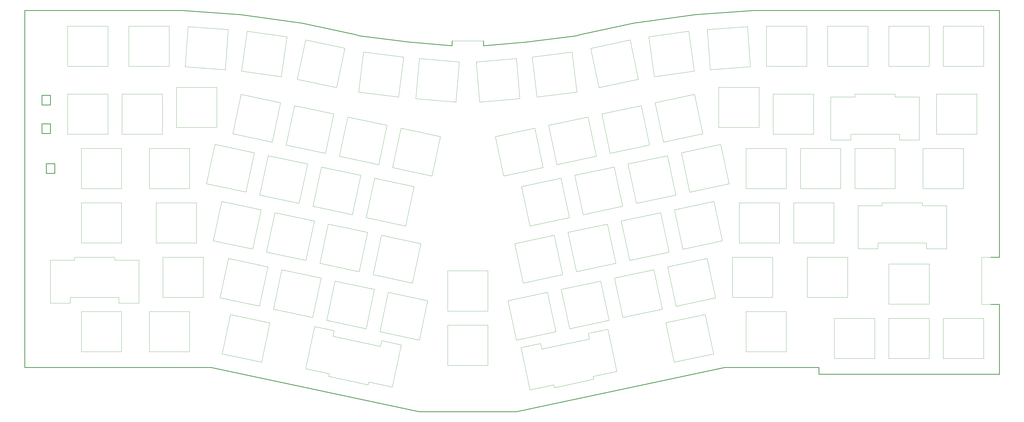
<source format=gbr>
%TF.GenerationSoftware,KiCad,Pcbnew,7.0.10*%
%TF.CreationDate,2024-01-30T23:28:45+01:00*%
%TF.ProjectId,plate,706c6174-652e-46b6-9963-61645f706362,rev?*%
%TF.SameCoordinates,Original*%
%TF.FileFunction,Profile,NP*%
%FSLAX46Y46*%
G04 Gerber Fmt 4.6, Leading zero omitted, Abs format (unit mm)*
G04 Created by KiCad (PCBNEW 7.0.10) date 2024-01-30 23:28:45*
%MOMM*%
%LPD*%
G01*
G04 APERTURE LIST*
%TA.AperFunction,Profile*%
%ADD10C,0.050000*%
%TD*%
%TA.AperFunction,Profile*%
%ADD11C,0.250000*%
%TD*%
G04 APERTURE END LIST*
D10*
X199527585Y-186227303D02*
X199527585Y-200327303D01*
D11*
X417319751Y-243907303D02*
X417319751Y-246288553D01*
D10*
X413270985Y-219387303D02*
X413270985Y-205287303D01*
X255616957Y-234736105D02*
X263931212Y-236503355D01*
X346273387Y-207452712D02*
X332481506Y-210384267D01*
D11*
X145430000Y-158545000D02*
X148430000Y-158545000D01*
D10*
X396408485Y-145746003D02*
X396408485Y-159846003D01*
X401358485Y-162227303D02*
X401358485Y-148127303D01*
X455939785Y-226708503D02*
X455939785Y-240808503D01*
X206671285Y-159846003D02*
X192571285Y-159846003D01*
X264271868Y-197619469D02*
X278063749Y-200551024D01*
D11*
X148430000Y-158545000D02*
X148430000Y-161935000D01*
D10*
X240871493Y-229557179D02*
X237732026Y-244327208D01*
X173340085Y-186237303D02*
X173340085Y-200337303D01*
X316229106Y-194363267D02*
X313297551Y-180571386D01*
X441839785Y-207658503D02*
X455939785Y-207658503D01*
X257048749Y-176608624D02*
X254117194Y-190400505D01*
X453753485Y-167187303D02*
X467853485Y-167187303D01*
D11*
X146950000Y-172545000D02*
X149950000Y-172545000D01*
D10*
X359739845Y-142075287D02*
X357777505Y-128112508D01*
X197155085Y-238437303D02*
X183055085Y-238437303D01*
X208524607Y-239146441D02*
X211456161Y-225354560D01*
X328714492Y-235726311D02*
X337028747Y-233959062D01*
X192571285Y-159846003D02*
X192571285Y-145746003D01*
D11*
X145450000Y-148570000D02*
X148450000Y-148570000D01*
D10*
X170957535Y-205282303D02*
X170957535Y-206282303D01*
X284875949Y-163047824D02*
X281944394Y-176839705D01*
X201908785Y-219377303D02*
X187808785Y-219377303D01*
X242706613Y-207450651D02*
X245638168Y-193658769D01*
X156857535Y-205282303D02*
X170957535Y-205282303D01*
X154471285Y-162227303D02*
X154471285Y-148127303D01*
X355163333Y-152196931D02*
X358094887Y-165988812D01*
X290330160Y-150974620D02*
X276283815Y-149745724D01*
X362936706Y-164959667D02*
X360005151Y-151167786D01*
X340405706Y-145896267D02*
X337474151Y-132104386D01*
X185427585Y-186227303D02*
X199527585Y-186227303D01*
X247608549Y-155126424D02*
X244676994Y-168918305D01*
X359594333Y-209681931D02*
X362525887Y-223473812D01*
X159241285Y-167187303D02*
X173341285Y-167187303D01*
X197146285Y-181277303D02*
X183046285Y-181277303D01*
X336529633Y-156157631D02*
X339461187Y-169949512D01*
X474319751Y-221772928D02*
X477469751Y-221772928D01*
X330100306Y-230366067D02*
X327168751Y-216574186D01*
D11*
X148450000Y-148570000D02*
X148450000Y-151960000D01*
X148450000Y-151960000D02*
X145450000Y-151960000D01*
D10*
X382990533Y-165757731D02*
X385922087Y-179549612D01*
X229385668Y-209679769D02*
X243177549Y-212611324D01*
X301539885Y-210039803D02*
X301539885Y-224139803D01*
X353496506Y-186441867D02*
X350564951Y-172649986D01*
X224072913Y-203489951D02*
X227004468Y-189698069D01*
X427370985Y-219387303D02*
X413270985Y-219387303D01*
X203057913Y-179547451D02*
X205989468Y-165755569D01*
X405942285Y-238437303D02*
X391842285Y-238437303D01*
X156857535Y-205282303D02*
X156857535Y-206282303D01*
D11*
X139476285Y-243907303D02*
X204613333Y-243907303D01*
D10*
X240245994Y-226403205D02*
X226454113Y-223471651D01*
D11*
X149950000Y-172545000D02*
X149950000Y-175935000D01*
D10*
X439463535Y-186232303D02*
X439463535Y-187232303D01*
X322737751Y-159089186D02*
X336529633Y-156157631D01*
X221691613Y-183508251D02*
X224623168Y-169716369D01*
D11*
X373529254Y-120374991D02*
X354589160Y-123036847D01*
D10*
X248574294Y-145894205D02*
X234782413Y-142962651D01*
X287439885Y-224139803D02*
X287439885Y-210039803D01*
X243177549Y-212611324D02*
X240245994Y-226403205D01*
X351115206Y-206423567D02*
X348183651Y-192631686D01*
X172407535Y-221382303D02*
X179407535Y-221382303D01*
X268152513Y-173908151D02*
X271084068Y-160116269D01*
D11*
X333729291Y-127308199D02*
X332439451Y-127764227D01*
X384376454Y-243907303D02*
X417319751Y-243907303D01*
D10*
X324542195Y-250005822D02*
X316276848Y-251762676D01*
X367288387Y-183510312D02*
X353496506Y-186441867D01*
X318693349Y-149168975D02*
X316974991Y-135174075D01*
X381159587Y-219513012D02*
X367367706Y-222444567D01*
X366680658Y-242076439D02*
X363749103Y-228284558D01*
X467853485Y-181287303D02*
X453753485Y-181287303D01*
X422789785Y-226708503D02*
X436889785Y-226708503D01*
D11*
X274950872Y-130023528D02*
X256550336Y-127764227D01*
X194454149Y-118893864D02*
X192520589Y-118844803D01*
D10*
X276283815Y-149745724D02*
X277512711Y-135699379D01*
X360005151Y-151167786D02*
X373797033Y-148236231D01*
X173340085Y-200337303D02*
X159240085Y-200337303D01*
X168571285Y-124314803D02*
X168571285Y-138414803D01*
X445488485Y-164232303D02*
X452488485Y-164232303D01*
X401170985Y-205277303D02*
X401170985Y-219377303D01*
X403552285Y-200327303D02*
X389452285Y-200327303D01*
X369748906Y-202462867D02*
X366817351Y-188670986D01*
D11*
X256550336Y-127764227D02*
X255260495Y-127308199D01*
D10*
X398977285Y-138414803D02*
X398977285Y-124314803D01*
X427370985Y-205287303D02*
X427370985Y-219387303D01*
X211456161Y-225354560D02*
X225248043Y-228286115D01*
X373702625Y-140112947D02*
X359739845Y-142075287D01*
X277512711Y-135699379D02*
X291559056Y-136928275D01*
X382308485Y-145746003D02*
X396408485Y-145746003D01*
X245789462Y-247062209D02*
X245997374Y-246084061D01*
X474989785Y-124314803D02*
X474989785Y-138414803D01*
X467853485Y-167187303D02*
X467853485Y-181287303D01*
X310916251Y-200553186D02*
X324708133Y-197621631D01*
X278063749Y-200551024D02*
X275132194Y-214342905D01*
X420408485Y-138414803D02*
X420408485Y-124314803D01*
X362525887Y-223473812D02*
X348734006Y-226405367D01*
X187808785Y-219377303D02*
X187808785Y-205277303D01*
X173342585Y-224337303D02*
X173342585Y-238437303D01*
X261811249Y-216572124D02*
X258879694Y-230364005D01*
D11*
X352675743Y-123281006D02*
X333729291Y-127308199D01*
D10*
X208370768Y-185737369D02*
X222162649Y-188668924D01*
X225248043Y-228286115D02*
X222316488Y-242077996D01*
X264347035Y-234547059D02*
X271194068Y-236002441D01*
X206671285Y-145746003D02*
X206671285Y-159846003D01*
X401358485Y-148127303D02*
X415458485Y-148127303D01*
X183046285Y-167177303D02*
X197146285Y-167177303D01*
X474319751Y-221772928D02*
X474319751Y-205272928D01*
D11*
X139476285Y-118844803D02*
X139476285Y-243907303D01*
D10*
X271084068Y-160116269D02*
X284875949Y-163047824D01*
X415458485Y-162227303D02*
X401358485Y-162227303D01*
X266653168Y-217601269D02*
X280445049Y-220532824D01*
X387070985Y-205277303D02*
X401170985Y-205277303D01*
X325258487Y-231395212D02*
X311466606Y-234326767D01*
X237864794Y-206421505D02*
X224072913Y-203489951D01*
X371740284Y-126150167D02*
X373702625Y-140112947D01*
X237713968Y-129170769D02*
X251505849Y-132102324D01*
X311467106Y-135700233D02*
X312696002Y-149746578D01*
X245638168Y-193658769D02*
X259430049Y-196590324D01*
X271194068Y-236002441D02*
X268054602Y-250772470D01*
X312696002Y-149746578D02*
X298649657Y-150975474D01*
X209685157Y-139576704D02*
X195619503Y-138593138D01*
X159240085Y-186237303D02*
X173340085Y-186237303D01*
X291559056Y-136928275D02*
X290330160Y-150974620D01*
D11*
X213533697Y-120228036D02*
X194454149Y-118893864D01*
D10*
X392376720Y-124528221D02*
X393360286Y-138593875D01*
X212251413Y-162026051D02*
X215182968Y-148234169D01*
X410883485Y-167177303D02*
X424983485Y-167177303D01*
X183046285Y-181277303D02*
X183046285Y-167177303D01*
X380609233Y-185739431D02*
X383540787Y-199531312D01*
X227004468Y-189698069D02*
X240796349Y-192629624D01*
X233816668Y-152194869D02*
X247608549Y-155126424D01*
X408502285Y-200327303D02*
X408502285Y-186227303D01*
X331931251Y-176610686D02*
X345723133Y-173679131D01*
X234782413Y-142962651D02*
X237713968Y-129170769D01*
X396408485Y-159846003D02*
X382308485Y-159846003D01*
X387070985Y-219377303D02*
X387070985Y-205277303D01*
X313847806Y-214345067D02*
X310916251Y-200553186D01*
X429933485Y-181277303D02*
X429933485Y-167177303D01*
X474989785Y-138414803D02*
X460889785Y-138414803D01*
X441839785Y-226708503D02*
X455939785Y-226708503D01*
D11*
X375456089Y-120228036D02*
X373529254Y-120374991D01*
D10*
X304104051Y-163049986D02*
X317895933Y-160118431D01*
X345723133Y-173679131D02*
X348654687Y-187471012D01*
X173341285Y-181287303D02*
X159241285Y-181287303D01*
X383540787Y-199531312D02*
X369748906Y-202462867D01*
X452488485Y-164232303D02*
X452488485Y-149132303D01*
X413077285Y-124314803D02*
X413077285Y-138414803D01*
X317895933Y-160118431D02*
X320827487Y-173910312D01*
X455939785Y-124314803D02*
X455939785Y-138414803D01*
X343341833Y-193660831D02*
X346273387Y-207452712D01*
X453563535Y-186232303D02*
X453563535Y-187232303D01*
X444038485Y-148132303D02*
X444038485Y-149132303D01*
X405933485Y-167177303D02*
X405933485Y-181277303D01*
X258959113Y-191429651D02*
X261890668Y-177637769D01*
X183055085Y-224337303D02*
X197155085Y-224337303D01*
X378228033Y-205721131D02*
X381159587Y-219513012D01*
X249518813Y-169947451D02*
X252450368Y-156155569D01*
X322326933Y-217603331D02*
X325258487Y-231395212D01*
X255616957Y-234736105D02*
X247302703Y-232968856D01*
X472608485Y-162227303D02*
X458508485Y-162227303D01*
X377540985Y-225353003D02*
X380472539Y-239144885D01*
X372130206Y-182481167D02*
X369198651Y-168689286D01*
X172407535Y-221382303D02*
X172407535Y-219382303D01*
X415458485Y-148127303D02*
X415458485Y-162227303D01*
X173342585Y-238437303D02*
X159242585Y-238437303D01*
X439463535Y-186232303D02*
X453563535Y-186232303D01*
D11*
X275398367Y-130023528D02*
X274950872Y-130023528D01*
D10*
X391833485Y-167177303D02*
X405933485Y-167177303D01*
X187621285Y-148127303D02*
X187621285Y-162227303D01*
X373797033Y-148236231D02*
X376728587Y-162028112D01*
X277513494Y-234324705D02*
X263721613Y-231393151D01*
X378311067Y-125511788D02*
X392376720Y-124528221D01*
X154471285Y-148127303D02*
X168571285Y-148127303D01*
X401170985Y-219377303D02*
X387070985Y-219377303D01*
X287439885Y-229089803D02*
X301539885Y-229089803D01*
X421488485Y-149132303D02*
X429938485Y-149132303D01*
X422789785Y-240808503D02*
X422789785Y-226708503D01*
X438013535Y-200332303D02*
X438013535Y-202332303D01*
X263931212Y-236503355D02*
X264347035Y-234547059D01*
X173521285Y-162227303D02*
X173521285Y-148127303D01*
X332481506Y-210384267D02*
X329549951Y-196592386D01*
D11*
X288994893Y-131214803D02*
X275398367Y-130023528D01*
D10*
X287439885Y-210039803D02*
X301539885Y-210039803D01*
X420408485Y-124314803D02*
X434508485Y-124314803D01*
X364356833Y-169718431D02*
X367288387Y-183510312D01*
X281944394Y-176839705D02*
X268152513Y-173908151D01*
X446513535Y-200332303D02*
X455013535Y-200332303D01*
X405942285Y-224337303D02*
X405942285Y-238437303D01*
D11*
X277476816Y-259394914D02*
X311512971Y-259394914D01*
D10*
X393360286Y-138593875D02*
X379294633Y-139577441D01*
X313297551Y-180571386D02*
X327089433Y-177639831D01*
X472608485Y-148127303D02*
X472608485Y-162227303D01*
X405933485Y-181277303D02*
X391833485Y-181277303D01*
X272750994Y-194361205D02*
X258959113Y-191429651D01*
X431013535Y-202332303D02*
X431013535Y-187232303D01*
X339461187Y-169949512D02*
X325669306Y-172881067D01*
X308535051Y-220534886D02*
X322326933Y-217603331D01*
X441839785Y-221758503D02*
X441839785Y-207658503D01*
X455939785Y-221758503D02*
X441839785Y-221758503D01*
X159242585Y-224337303D02*
X173342585Y-224337303D01*
X168571285Y-138414803D02*
X154471285Y-138414803D01*
X348654687Y-187471012D02*
X334862806Y-190402567D01*
X254117194Y-190400505D02*
X240325313Y-187468951D01*
X173521285Y-148127303D02*
X187621285Y-148127303D01*
X316974991Y-135174075D02*
X330969892Y-133455717D01*
X455013535Y-202332303D02*
X455013535Y-200332303D01*
D11*
X234400626Y-123036847D02*
X215460533Y-120374991D01*
D10*
X240325313Y-187468951D02*
X243256868Y-173677069D01*
X219231094Y-202460805D02*
X205439213Y-199529251D01*
X367367706Y-222444567D02*
X364436151Y-208652686D01*
X256291599Y-147449410D02*
X258009957Y-133454509D01*
X460889785Y-138414803D02*
X460889785Y-124314803D01*
X301539885Y-224139803D02*
X287439885Y-224139803D01*
X251505849Y-132102324D02*
X248574294Y-145894205D01*
X207820413Y-219510951D02*
X210751968Y-205719069D01*
D11*
X480469751Y-118844803D02*
X396469197Y-118844803D01*
D10*
X351266033Y-129172831D02*
X354197587Y-142964712D01*
X330969892Y-133455717D02*
X332688250Y-147450618D01*
D11*
X314038914Y-130023528D02*
X313591419Y-130023528D01*
X480469751Y-246288553D02*
X480469751Y-221772928D01*
D10*
X320827487Y-173910312D02*
X307035606Y-176841867D01*
X446513535Y-200332303D02*
X438013535Y-200332303D01*
X201908785Y-205277303D02*
X201908785Y-219377303D01*
D11*
X215460533Y-120374991D02*
X213533697Y-120228036D01*
D10*
X243256868Y-173677069D02*
X257048749Y-176608624D01*
X199527585Y-200327303D02*
X185427585Y-200327303D01*
X197146285Y-167177303D02*
X197146285Y-181277303D01*
X391842285Y-224337303D02*
X405942285Y-224337303D01*
X336612923Y-232002766D02*
X343459957Y-230547384D01*
X391833485Y-181277303D02*
X391833485Y-167177303D01*
X215182968Y-148234169D02*
X228974849Y-151165724D01*
D11*
X204613333Y-243907303D02*
X277476816Y-259394914D01*
D10*
X313137381Y-236992647D02*
X316276848Y-251762676D01*
X148407535Y-206282303D02*
X156857535Y-206282303D01*
D11*
X299994893Y-129479169D02*
X299994893Y-131214803D01*
D10*
X229240029Y-142073943D02*
X215277249Y-140111602D01*
X205989468Y-165755569D02*
X219781349Y-168687124D01*
X301539885Y-229089803D02*
X301539885Y-243189803D01*
X224543849Y-208650624D02*
X221612294Y-222442505D01*
X297420761Y-136929129D02*
X311467106Y-135700233D01*
X474989785Y-226708503D02*
X474989785Y-240808503D01*
X354197587Y-142964712D02*
X340405706Y-145896267D01*
X398977285Y-124314803D02*
X413077285Y-124314803D01*
X348734006Y-226405367D02*
X345802451Y-212613486D01*
X424983485Y-181277303D02*
X410883485Y-181277303D01*
X444038485Y-149132303D02*
X452488485Y-149132303D01*
X330020987Y-191431712D02*
X316229106Y-194363267D01*
X288994893Y-129479169D02*
X299994893Y-129479169D01*
X385922087Y-179549612D02*
X372130206Y-182481167D01*
X369198651Y-168689286D02*
X382990533Y-165757731D01*
D11*
X145450000Y-151960000D02*
X145450000Y-148569999D01*
D10*
X453563535Y-187232303D02*
X462013535Y-187232303D01*
D11*
X480463217Y-205272928D02*
X480469751Y-118844803D01*
X148430000Y-161935000D02*
X145430000Y-161935000D01*
D10*
X474319751Y-205272928D02*
X477469751Y-205272928D01*
X324750106Y-250983969D02*
X324542195Y-250005822D01*
X148407535Y-221382303D02*
X148407535Y-206282303D01*
X226043294Y-164957605D02*
X212251413Y-162026051D01*
X222162649Y-188668924D02*
X219231094Y-202460805D01*
X413077285Y-138414803D02*
X398977285Y-138414803D01*
D11*
X149950000Y-175935000D02*
X146950000Y-175935000D01*
D10*
X235483494Y-186439805D02*
X221691613Y-183508251D01*
D11*
X311512971Y-259394914D02*
X384376454Y-243907303D01*
D10*
X230885113Y-165986751D02*
X233816668Y-152194869D01*
X270286500Y-149167768D02*
X256291599Y-147449410D01*
X408502285Y-186227303D02*
X422602285Y-186227303D01*
X263721613Y-231393151D02*
X266653168Y-217601269D01*
X436889785Y-240808503D02*
X422789785Y-240808503D01*
X168571285Y-162227303D02*
X154471285Y-162227303D01*
X266242249Y-159087124D02*
X263310694Y-172879005D01*
X413270985Y-205287303D02*
X427370985Y-205287303D01*
X190002585Y-138414803D02*
X175902585Y-138414803D01*
X195619503Y-138593138D02*
X196603070Y-124527485D01*
X259581343Y-249993764D02*
X259789255Y-249015616D01*
X441839785Y-138414803D02*
X441839785Y-124314803D01*
X431013535Y-187232303D02*
X439463535Y-187232303D01*
X159241285Y-181287303D02*
X159241285Y-167187303D01*
X444033485Y-181277303D02*
X429933485Y-181277303D01*
X210668723Y-125511051D02*
X209685157Y-139576704D01*
X436988485Y-162232303D02*
X445488485Y-162232303D01*
X434508485Y-138414803D02*
X420408485Y-138414803D01*
X311466606Y-234326767D02*
X308535051Y-220534886D01*
X436889785Y-226708503D02*
X436889785Y-240808503D01*
X340960633Y-213642631D02*
X343892187Y-227434512D01*
X327639687Y-211413512D02*
X313847806Y-214345067D01*
X458508485Y-148127303D02*
X472608485Y-148127303D01*
X155407535Y-221382303D02*
X148407535Y-221382303D01*
X261890668Y-177637769D02*
X275682549Y-180569324D01*
X183055085Y-238437303D02*
X183055085Y-224337303D01*
D11*
X332439451Y-127764227D02*
X314038914Y-130023528D01*
D10*
X248019368Y-213640569D02*
X261811249Y-216572124D01*
X159242585Y-238437303D02*
X159242585Y-224337303D01*
X434508485Y-124314803D02*
X434508485Y-138414803D01*
X455939785Y-207658503D02*
X455939785Y-221758503D01*
X380472539Y-239144885D02*
X366680658Y-242076439D01*
X358094887Y-165988812D02*
X344303006Y-168920367D01*
X438013535Y-202332303D02*
X431013535Y-202332303D01*
X224623168Y-169716369D02*
X238415049Y-172647924D01*
X168571285Y-148127303D02*
X168571285Y-162227303D01*
D11*
X477469751Y-205272928D02*
X480469751Y-205272928D01*
D10*
X231202369Y-128111163D02*
X229240029Y-142073943D01*
X187621285Y-162227303D02*
X173521285Y-162227303D01*
X154471285Y-138414803D02*
X154471285Y-124314803D01*
X332688250Y-147450618D02*
X318693349Y-149168975D01*
X175902585Y-124314803D02*
X190002585Y-124314803D01*
X261340313Y-211411351D02*
X264271868Y-197619469D01*
X170957535Y-206282303D02*
X179407535Y-206282303D01*
X338541988Y-248052415D02*
X338334076Y-247074267D01*
X258879694Y-230364005D02*
X245087813Y-227432451D01*
X319984414Y-235537265D02*
X313137381Y-236992647D01*
X256498494Y-210382205D02*
X242706613Y-207450651D01*
X458508485Y-162227303D02*
X458508485Y-148127303D01*
X343459957Y-230547384D02*
X346599423Y-245317413D01*
X159240085Y-200337303D02*
X159240085Y-186237303D01*
X187808785Y-205277303D02*
X201908785Y-205277303D01*
X287439885Y-243189803D02*
X287439885Y-229089803D01*
X441839785Y-124314803D02*
X455939785Y-124314803D01*
X337474151Y-132104386D02*
X351266033Y-129172831D01*
X343892187Y-227434512D02*
X330100306Y-230366067D01*
X263310694Y-172879005D02*
X249518813Y-169947451D01*
X346599423Y-245317413D02*
X338334076Y-247074267D01*
X460889785Y-226708503D02*
X474989785Y-226708503D01*
D11*
X288994893Y-129479169D02*
X288994893Y-131214803D01*
D10*
X190002585Y-124314803D02*
X190002585Y-138414803D01*
X338541988Y-248052415D02*
X324750106Y-250983969D01*
X244676994Y-168918305D02*
X230885113Y-165986751D01*
X422602285Y-186227303D02*
X422602285Y-200327303D01*
X216849794Y-182479005D02*
X203057913Y-179547451D01*
X215277249Y-140111602D02*
X217239590Y-126148823D01*
X474989785Y-240808503D02*
X460889785Y-240808503D01*
X389452285Y-186227303D02*
X403552285Y-186227303D01*
X173341285Y-167187303D02*
X173341285Y-181287303D01*
X445488485Y-164232303D02*
X445488485Y-162232303D01*
D11*
X396469197Y-118844803D02*
X394535637Y-118893864D01*
D10*
X382308485Y-159846003D02*
X382308485Y-145746003D01*
X154471285Y-124314803D02*
X168571285Y-124314803D01*
X185427585Y-200327303D02*
X185427585Y-186227303D01*
X403552285Y-186227303D02*
X403552285Y-200327303D01*
X462013535Y-202332303D02*
X462013535Y-187232303D01*
X455013535Y-202332303D02*
X462013535Y-202332303D01*
X422602285Y-200327303D02*
X408502285Y-200327303D01*
D11*
X394535637Y-118893864D02*
X375456089Y-120228036D01*
D10*
X275132194Y-214342905D02*
X261340313Y-211411351D01*
D11*
X145430000Y-161935000D02*
X145430000Y-158545000D01*
D10*
X307035606Y-176841867D02*
X304104051Y-163049986D01*
X252450368Y-156155569D02*
X266242249Y-159087124D01*
X192571285Y-145746003D02*
X206671285Y-145746003D01*
X455939785Y-138414803D02*
X441839785Y-138414803D01*
X324708133Y-197621631D02*
X327639687Y-211413512D01*
D11*
X354589160Y-123036847D02*
X352675743Y-123281006D01*
D10*
X205439213Y-199529251D02*
X208370768Y-185737369D01*
X389452285Y-200327303D02*
X389452285Y-186227303D01*
X155407535Y-219382303D02*
X155407535Y-221382303D01*
X429938485Y-148132303D02*
X429938485Y-149132303D01*
X421488485Y-164232303D02*
X421488485Y-149132303D01*
X210751968Y-205719069D02*
X224543849Y-208650624D01*
X221612294Y-222442505D02*
X207820413Y-219510951D01*
X379294633Y-139577441D02*
X378311067Y-125511788D01*
X319984414Y-235537265D02*
X320400238Y-237493560D01*
X240796349Y-192629624D02*
X237864794Y-206421505D01*
X344303006Y-168920367D02*
X341371451Y-155128486D01*
X245997374Y-246084061D02*
X237732026Y-244327208D01*
X357777505Y-128112508D02*
X371740284Y-126150167D01*
X441839785Y-240808503D02*
X441839785Y-226708503D01*
X259581343Y-249993764D02*
X245789462Y-247062209D01*
X436988485Y-162232303D02*
X428488485Y-162232303D01*
X301539885Y-243189803D02*
X287439885Y-243189803D01*
X428488485Y-162232303D02*
X428488485Y-164232303D01*
X363749103Y-228284558D02*
X377540985Y-225353003D01*
X329549951Y-196592386D02*
X343341833Y-193660831D01*
X196603070Y-124527485D02*
X210668723Y-125511051D01*
X247718526Y-231012561D02*
X240871493Y-229557179D01*
X298649657Y-150975474D02*
X297420761Y-136929129D01*
X328714492Y-235726311D02*
X320400238Y-237493560D01*
X428488485Y-164232303D02*
X421488485Y-164232303D01*
X238415049Y-172647924D02*
X235483494Y-186439805D01*
X258009957Y-133454509D02*
X272004857Y-135172867D01*
D11*
X417319751Y-246288553D02*
X480469751Y-246288553D01*
D10*
X348183651Y-192631686D02*
X361975533Y-189700131D01*
X350564951Y-172649986D02*
X364356833Y-169718431D01*
X222316488Y-242077996D02*
X208524607Y-239146441D01*
X429938485Y-148132303D02*
X444038485Y-148132303D01*
X376728587Y-162028112D02*
X362936706Y-164959667D01*
X280445049Y-220532824D02*
X277513494Y-234324705D01*
D11*
X299994893Y-131214803D02*
X313591419Y-130023528D01*
D10*
X325669306Y-172881067D02*
X322737751Y-159089186D01*
X259430049Y-196590324D02*
X256498494Y-210382205D01*
X327168751Y-216574186D02*
X340960633Y-213642631D01*
D11*
X146950000Y-175935000D02*
X146950000Y-172545000D01*
D10*
X217239590Y-126148823D02*
X231202369Y-128111163D01*
X226454113Y-223471651D02*
X229385668Y-209679769D01*
D11*
X192520589Y-118844803D02*
X139476285Y-118844803D01*
D10*
X219781349Y-168687124D02*
X216849794Y-182479005D01*
X345802451Y-212613486D02*
X359594333Y-209681931D01*
X245087813Y-227432451D02*
X248019368Y-213640569D01*
X410883485Y-181277303D02*
X410883485Y-167177303D01*
X341371451Y-155128486D02*
X355163333Y-152196931D01*
X247718526Y-231012561D02*
X247302703Y-232968856D01*
X364907087Y-203492012D02*
X351115206Y-206423567D01*
X444033485Y-167177303D02*
X444033485Y-181277303D01*
X337028747Y-233959062D02*
X336612923Y-232002766D01*
X163907535Y-219382303D02*
X172407535Y-219382303D01*
D11*
X236314043Y-123281006D02*
X234400626Y-123036847D01*
D10*
X460889785Y-240808503D02*
X460889785Y-226708503D01*
X429933485Y-167177303D02*
X444033485Y-167177303D01*
X391842285Y-238437303D02*
X391842285Y-224337303D01*
D11*
X255260495Y-127308199D02*
X236314043Y-123281006D01*
D10*
X272004857Y-135172867D02*
X270286500Y-149167768D01*
X175902585Y-138414803D02*
X175902585Y-124314803D01*
X460889785Y-124314803D02*
X474989785Y-124314803D01*
X179407535Y-221382303D02*
X179407535Y-206282303D01*
X455939785Y-240808503D02*
X441839785Y-240808503D01*
X327089433Y-177639831D02*
X330020987Y-191431712D01*
X453753485Y-181287303D02*
X453753485Y-167187303D01*
X268054602Y-250772470D02*
X259789255Y-249015616D01*
X424983485Y-167177303D02*
X424983485Y-181277303D01*
X364436151Y-208652686D02*
X378228033Y-205721131D01*
X275682549Y-180569324D02*
X272750994Y-194361205D01*
X334862806Y-190402567D02*
X331931251Y-176610686D01*
X197155085Y-224337303D02*
X197155085Y-238437303D01*
X366817351Y-188670986D02*
X380609233Y-185739431D01*
D11*
X477469751Y-221772928D02*
X480469751Y-221772928D01*
D10*
X163907535Y-219382303D02*
X155407535Y-219382303D01*
X361975533Y-189700131D02*
X364907087Y-203492012D01*
X228974849Y-151165724D02*
X226043294Y-164957605D01*
M02*

</source>
